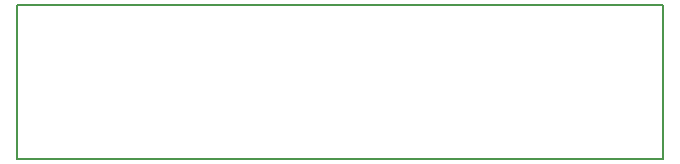
<source format=gko>
%FSTAX24Y24*%
%MOIN*%
G70*
G01*
G75*
G04 Layer_Color=16711935*
%ADD10O,0.0472X0.0217*%
%ADD11R,0.0472X0.0217*%
%ADD12R,0.0374X0.0315*%
%ADD13R,0.0630X0.0630*%
%ADD14R,0.0256X0.0472*%
%ADD15R,0.0472X0.0256*%
%ADD16R,0.0315X0.0374*%
%ADD17R,0.0492X0.0630*%
%ADD18R,0.0807X0.0886*%
G04:AMPARAMS|DCode=19|XSize=21.7mil|YSize=47.2mil|CornerRadius=0mil|HoleSize=0mil|Usage=FLASHONLY|Rotation=90.000|XOffset=0mil|YOffset=0mil|HoleType=Round|Shape=Octagon|*
%AMOCTAGOND19*
4,1,8,-0.0236,-0.0054,-0.0236,0.0054,-0.0182,0.0108,0.0182,0.0108,0.0236,0.0054,0.0236,-0.0054,0.0182,-0.0108,-0.0182,-0.0108,-0.0236,-0.0054,0.0*
%
%ADD19OCTAGOND19*%

%ADD20C,0.0100*%
%ADD21C,0.0709*%
%ADD22C,0.1575*%
%ADD23C,0.0591*%
%ADD24C,0.0472*%
%ADD25C,0.0551*%
%ADD26R,0.0591X0.0591*%
%ADD27C,0.0320*%
%ADD28O,0.0236X0.1200*%
%ADD29R,0.0236X0.1200*%
%ADD30O,0.0236X0.1204*%
%ADD31R,0.0630X0.0492*%
%ADD32C,0.0200*%
%ADD33C,0.0197*%
%ADD34C,0.0079*%
%ADD35C,0.0080*%
%ADD36C,0.0039*%
%ADD37C,0.0004*%
%ADD38C,0.0020*%
%ADD39C,0.0030*%
%ADD40O,0.0512X0.0256*%
%ADD41R,0.0512X0.0256*%
%ADD42R,0.0454X0.0395*%
%ADD43R,0.0710X0.0710*%
%ADD44R,0.0336X0.0552*%
%ADD45R,0.0552X0.0336*%
%ADD46R,0.0395X0.0454*%
%ADD47R,0.0572X0.0710*%
%ADD48R,0.0887X0.0966*%
G04:AMPARAMS|DCode=49|XSize=25.6mil|YSize=51.2mil|CornerRadius=0mil|HoleSize=0mil|Usage=FLASHONLY|Rotation=90.000|XOffset=0mil|YOffset=0mil|HoleType=Round|Shape=Octagon|*
%AMOCTAGOND49*
4,1,8,-0.0256,-0.0064,-0.0256,0.0064,-0.0192,0.0128,0.0192,0.0128,0.0256,0.0064,0.0256,-0.0064,0.0192,-0.0128,-0.0192,-0.0128,-0.0256,-0.0064,0.0*
%
%ADD49OCTAGOND49*%

%ADD50C,0.0789*%
%ADD51C,0.1655*%
%ADD52C,0.0671*%
%ADD53C,0.0552*%
%ADD54C,0.0631*%
%ADD55R,0.0671X0.0671*%
%ADD56C,0.0400*%
%ADD57O,0.0316X0.1280*%
%ADD58R,0.0316X0.1280*%
%ADD59O,0.0316X0.1284*%
%ADD60R,0.0710X0.0572*%
D35*
X23095Y141397D02*
X248548D01*
X23095Y146515D02*
X248548D01*
X250517D01*
Y141397D02*
Y146515D01*
X248548Y141397D02*
X250517D01*
X228991Y146515D02*
X23095D01*
X228991Y141397D02*
Y146515D01*
Y141397D02*
X23095D01*
M02*

</source>
